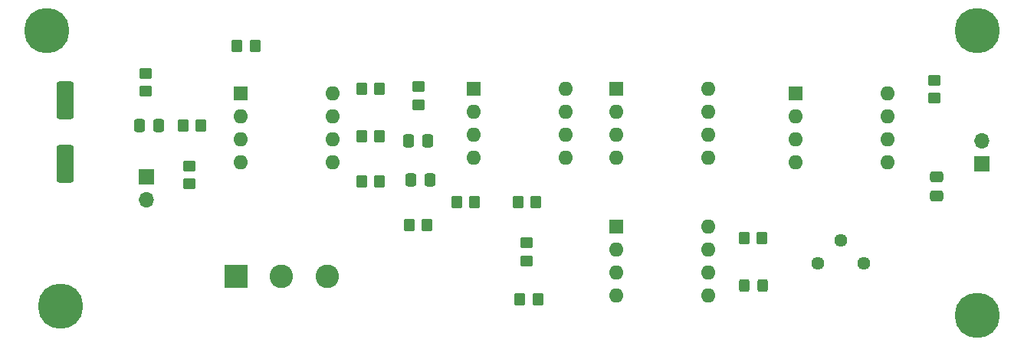
<source format=gts>
G04 #@! TF.GenerationSoftware,KiCad,Pcbnew,(6.0.10)*
G04 #@! TF.CreationDate,2023-03-10T15:43:37+05:30*
G04 #@! TF.ProjectId,EDL,45444c2e-6b69-4636-9164-5f7063625858,rev?*
G04 #@! TF.SameCoordinates,Original*
G04 #@! TF.FileFunction,Soldermask,Top*
G04 #@! TF.FilePolarity,Negative*
%FSLAX46Y46*%
G04 Gerber Fmt 4.6, Leading zero omitted, Abs format (unit mm)*
G04 Created by KiCad (PCBNEW (6.0.10)) date 2023-03-10 15:43:37*
%MOMM*%
%LPD*%
G01*
G04 APERTURE LIST*
G04 Aperture macros list*
%AMRoundRect*
0 Rectangle with rounded corners*
0 $1 Rounding radius*
0 $2 $3 $4 $5 $6 $7 $8 $9 X,Y pos of 4 corners*
0 Add a 4 corners polygon primitive as box body*
4,1,4,$2,$3,$4,$5,$6,$7,$8,$9,$2,$3,0*
0 Add four circle primitives for the rounded corners*
1,1,$1+$1,$2,$3*
1,1,$1+$1,$4,$5*
1,1,$1+$1,$6,$7*
1,1,$1+$1,$8,$9*
0 Add four rect primitives between the rounded corners*
20,1,$1+$1,$2,$3,$4,$5,0*
20,1,$1+$1,$4,$5,$6,$7,0*
20,1,$1+$1,$6,$7,$8,$9,0*
20,1,$1+$1,$8,$9,$2,$3,0*%
G04 Aperture macros list end*
%ADD10RoundRect,0.250000X0.350000X0.450000X-0.350000X0.450000X-0.350000X-0.450000X0.350000X-0.450000X0*%
%ADD11RoundRect,0.250000X-0.350000X-0.450000X0.350000X-0.450000X0.350000X0.450000X-0.350000X0.450000X0*%
%ADD12R,1.700000X1.700000*%
%ADD13O,1.700000X1.700000*%
%ADD14RoundRect,0.250000X0.450000X-0.350000X0.450000X0.350000X-0.450000X0.350000X-0.450000X-0.350000X0*%
%ADD15C,1.440000*%
%ADD16RoundRect,0.250000X-0.475000X0.337500X-0.475000X-0.337500X0.475000X-0.337500X0.475000X0.337500X0*%
%ADD17R,1.600000X1.600000*%
%ADD18O,1.600000X1.600000*%
%ADD19RoundRect,0.250000X-0.700000X1.825000X-0.700000X-1.825000X0.700000X-1.825000X0.700000X1.825000X0*%
%ADD20RoundRect,0.250000X-0.450000X0.350000X-0.450000X-0.350000X0.450000X-0.350000X0.450000X0.350000X0*%
%ADD21RoundRect,0.250000X-0.325000X-0.450000X0.325000X-0.450000X0.325000X0.450000X-0.325000X0.450000X0*%
%ADD22C,5.000000*%
%ADD23C,2.900000*%
%ADD24RoundRect,0.250000X0.337500X0.475000X-0.337500X0.475000X-0.337500X-0.475000X0.337500X-0.475000X0*%
%ADD25R,2.600000X2.600000*%
%ADD26C,2.600000*%
%ADD27RoundRect,0.250000X-0.337500X-0.475000X0.337500X-0.475000X0.337500X0.475000X-0.337500X0.475000X0*%
G04 APERTURE END LIST*
D10*
X102535000Y-85170000D03*
X100535000Y-85170000D03*
D11*
X75535000Y-74170000D03*
X77535000Y-74170000D03*
D10*
X97285000Y-70170000D03*
X95285000Y-70170000D03*
X83535000Y-65420000D03*
X81535000Y-65420000D03*
X139535000Y-86670000D03*
X137535000Y-86670000D03*
D11*
X95285000Y-80420000D03*
X97285000Y-80420000D03*
D12*
X163785000Y-78445000D03*
D13*
X163785000Y-75905000D03*
D14*
X113535000Y-89170000D03*
X113535000Y-87170000D03*
D15*
X150785000Y-89420000D03*
X148245000Y-86880000D03*
X145705000Y-89420000D03*
D16*
X158785000Y-79882500D03*
X158785000Y-81957500D03*
D17*
X123435000Y-85370000D03*
D18*
X123435000Y-87910000D03*
X123435000Y-90450000D03*
X123435000Y-92990000D03*
X133595000Y-92990000D03*
X133595000Y-90450000D03*
X133595000Y-87910000D03*
X133595000Y-85370000D03*
D19*
X62535000Y-71445000D03*
X62535000Y-78395000D03*
D20*
X101535000Y-69920000D03*
X101535000Y-71920000D03*
D17*
X107685000Y-70120000D03*
D18*
X107685000Y-72660000D03*
X107685000Y-75200000D03*
X107685000Y-77740000D03*
X117845000Y-77740000D03*
X117845000Y-75200000D03*
X117845000Y-72660000D03*
X117845000Y-70120000D03*
D17*
X143185000Y-70620000D03*
D18*
X143185000Y-73160000D03*
X143185000Y-75700000D03*
X143185000Y-78240000D03*
X153345000Y-78240000D03*
X153345000Y-75700000D03*
X153345000Y-73160000D03*
X153345000Y-70620000D03*
D20*
X158535000Y-69170000D03*
X158535000Y-71170000D03*
D17*
X123435000Y-70120000D03*
D18*
X123435000Y-72660000D03*
X123435000Y-75200000D03*
X123435000Y-77740000D03*
X133595000Y-77740000D03*
X133595000Y-75200000D03*
X133595000Y-72660000D03*
X133595000Y-70120000D03*
D21*
X137510000Y-91920000D03*
X139560000Y-91920000D03*
D10*
X97285000Y-75420000D03*
X95285000Y-75420000D03*
D22*
X62035000Y-94170000D03*
D23*
X62035000Y-94170000D03*
D22*
X60535000Y-63670000D03*
D23*
X60535000Y-63670000D03*
D24*
X102572500Y-75920000D03*
X100497500Y-75920000D03*
D22*
X163285000Y-63670000D03*
D23*
X163285000Y-63670000D03*
D25*
X81455000Y-90920000D03*
D26*
X86455000Y-90920000D03*
X91455000Y-90920000D03*
D24*
X102822500Y-80170000D03*
X100747500Y-80170000D03*
D22*
X163285000Y-95170000D03*
D23*
X163285000Y-95170000D03*
D17*
X81935000Y-70620000D03*
D18*
X81935000Y-73160000D03*
X81935000Y-75700000D03*
X81935000Y-78240000D03*
X92095000Y-78240000D03*
X92095000Y-75700000D03*
X92095000Y-73160000D03*
X92095000Y-70620000D03*
D10*
X114785000Y-93420000D03*
X112785000Y-93420000D03*
D20*
X71410000Y-68420000D03*
X71410000Y-70420000D03*
X76285000Y-78670000D03*
X76285000Y-80670000D03*
D11*
X112535000Y-82670000D03*
X114535000Y-82670000D03*
D12*
X71535000Y-79895000D03*
D13*
X71535000Y-82435000D03*
D27*
X70785000Y-74170000D03*
X72860000Y-74170000D03*
D10*
X107785000Y-82670000D03*
X105785000Y-82670000D03*
M02*

</source>
